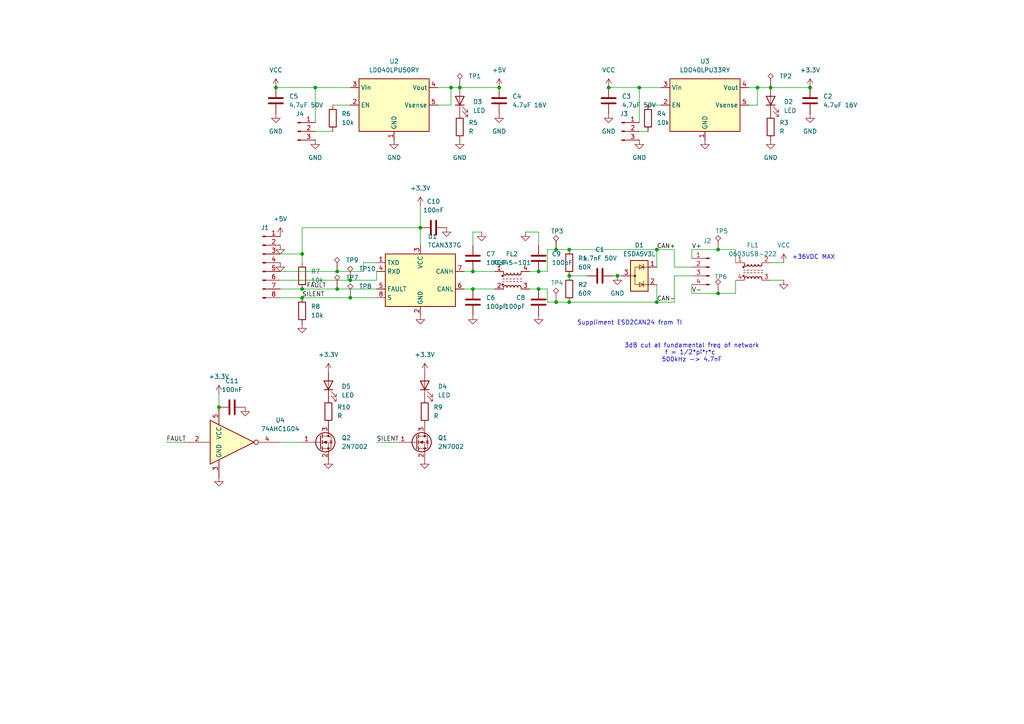
<source format=kicad_sch>
(kicad_sch (version 20250114) (generator "eeschema") (generator_version "9.0")
  (paper "A4")
  (lib_symbols
    (symbol "74xGxx:74AHC1G04"
      (property "Reference" "U" (at -2.54 3.81 0))
      (property "Value" "74AHC1G04" (at 0 -3.81 0))
      (symbol "74AHC1G04_0_1"
        (polyline (pts (xy -7.62 6.35) (xy -7.62 -6.35) (xy 5.08 0) (xy -7.62 6.35)) (stroke (width 0.254)) (fill (type background)))
      )
      (symbol "74AHC1G04_1_1"
        (pin input line (at -15.24 0 0) (length 7.62) (name "~") (number "2"))
        (pin no_connect line (at -7.62 2.54 0) (length 2.54) (hide yes) (name "NC") (number "1"))
        (pin power_in line (at -5.08 10.16 270) (length 5.08) (name "VCC") (number "5"))
        (pin power_in line (at -5.08 -10.16 90) (length 5.08) (name "GND") (number "3"))
        (pin output inverted (at 12.7 0 180) (length 7.62) (name "~") (number "4"))
      )
    )
    (symbol "Connector:Conn_01x03_Pin" (pin_names (offset 1.016) (hide yes))
      (property "Reference" "J" (at 0 5.08 0))
      (property "Value" "Conn_01x03_Pin" (at 0 -5.08 0))
      (symbol "Conn_01x03_Pin_1_1"
        (rectangle (start 0.8636 2.667) (end 0 2.413) (stroke (width 0.1524)) (fill (type outline)))
        (rectangle (start 0.8636 0.127) (end 0 -0.127) (stroke (width 0.1524)) (fill (type outline)))
        (rectangle (start 0.8636 -2.413) (end 0 -2.667) (stroke (width 0.1524)) (fill (type outline)))
        (polyline (pts (xy 1.27 2.54) (xy 0.8636 2.54)) (stroke (width 0.1524)))
        (polyline (pts (xy 1.27 0) (xy 0.8636 0)) (stroke (width 0.1524)))
        (polyline (pts (xy 1.27 -2.54) (xy 0.8636 -2.54)) (stroke (width 0.1524)))
        (pin passive line (at 5.08 2.54 180) (length 3.81) (name "Pin_1") (number "1"))
        (pin passive line (at 5.08 0 180) (length 3.81) (name "Pin_2") (number "2"))
        (pin passive line (at 5.08 -2.54 180) (length 3.81) (name "Pin_3") (number "3"))
      )
    )
    (symbol "Connector:Conn_01x04_Pin" (pin_names (offset 1.016) (hide yes))
      (property "Reference" "J" (at 0 5.08 0))
      (property "Value" "Conn_01x04_Pin" (at 0 -7.62 0))
      (symbol "Conn_01x04_Pin_1_1"
        (rectangle (start 0.8636 2.667) (end 0 2.413) (stroke (width 0.1524)) (fill (type outline)))
        (rectangle (start 0.8636 0.127) (end 0 -0.127) (stroke (width 0.1524)) (fill (type outline)))
        (rectangle (start 0.8636 -2.413) (end 0 -2.667) (stroke (width 0.1524)) (fill (type outline)))
        (rectangle (start 0.8636 -4.953) (end 0 -5.207) (stroke (width 0.1524)) (fill (type outline)))
        (polyline (pts (xy 1.27 2.54) (xy 0.8636 2.54)) (stroke (width 0.1524)))
        (polyline (pts (xy 1.27 0) (xy 0.8636 0)) (stroke (width 0.1524)))
        (polyline (pts (xy 1.27 -2.54) (xy 0.8636 -2.54)) (stroke (width 0.1524)))
        (polyline (pts (xy 1.27 -5.08) (xy 0.8636 -5.08)) (stroke (width 0.1524)))
        (pin passive line (at 5.08 2.54 180) (length 3.81) (name "Pin_1") (number "1"))
        (pin passive line (at 5.08 0 180) (length 3.81) (name "Pin_2") (number "2"))
        (pin passive line (at 5.08 -2.54 180) (length 3.81) (name "Pin_3") (number "3"))
        (pin passive line (at 5.08 -5.08 180) (length 3.81) (name "Pin_4") (number "4"))
      )
    )
    (symbol "Connector:Conn_01x08_Pin" (pin_names (offset 1.016) (hide yes))
      (property "Reference" "J" (at 0 10.16 0))
      (property "Value" "Conn_01x08_Pin" (at 0 -12.7 0))
      (symbol "Conn_01x08_Pin_1_1"
        (rectangle (start 0.8636 7.747) (end 0 7.493) (stroke (width 0.1524)) (fill (type outline)))
        (rectangle (start 0.8636 5.207) (end 0 4.953) (stroke (width 0.1524)) (fill (type outline)))
        (rectangle (start 0.8636 2.667) (end 0 2.413) (stroke (width 0.1524)) (fill (type outline)))
        (rectangle (start 0.8636 0.127) (end 0 -0.127) (stroke (width 0.1524)) (fill (type outline)))
        (rectangle (start 0.8636 -2.413) (end 0 -2.667) (stroke (width 0.1524)) (fill (type outline)))
        (rectangle (start 0.8636 -4.953) (end 0 -5.207) (stroke (width 0.1524)) (fill (type outline)))
        (rectangle (start 0.8636 -7.493) (end 0 -7.747) (stroke (width 0.1524)) (fill (type outline)))
        (rectangle (start 0.8636 -10.033) (end 0 -10.287) (stroke (width 0.1524)) (fill (type outline)))
        (polyline (pts (xy 1.27 7.62) (xy 0.8636 7.62)) (stroke (width 0.1524)))
        (polyline (pts (xy 1.27 5.08) (xy 0.8636 5.08)) (stroke (width 0.1524)))
        (polyline (pts (xy 1.27 2.54) (xy 0.8636 2.54)) (stroke (width 0.1524)))
        (polyline (pts (xy 1.27 0) (xy 0.8636 0)) (stroke (width 0.1524)))
        (polyline (pts (xy 1.27 -2.54) (xy 0.8636 -2.54)) (stroke (width 0.1524)))
        (polyline (pts (xy 1.27 -5.08) (xy 0.8636 -5.08)) (stroke (width 0.1524)))
        (polyline (pts (xy 1.27 -7.62) (xy 0.8636 -7.62)) (stroke (width 0.1524)))
        (polyline (pts (xy 1.27 -10.16) (xy 0.8636 -10.16)) (stroke (width 0.1524)))
        (pin passive line (at 5.08 7.62 180) (length 3.81) (name "Pin_1") (number "1"))
        (pin passive line (at 5.08 5.08 180) (length 3.81) (name "Pin_2") (number "2"))
        (pin passive line (at 5.08 2.54 180) (length 3.81) (name "Pin_3") (number "3"))
        (pin passive line (at 5.08 0 180) (length 3.81) (name "Pin_4") (number "4"))
        (pin passive line (at 5.08 -2.54 180) (length 3.81) (name "Pin_5") (number "5"))
        (pin passive line (at 5.08 -5.08 180) (length 3.81) (name "Pin_6") (number "6"))
        (pin passive line (at 5.08 -7.62 180) (length 3.81) (name "Pin_7") (number "7"))
        (pin passive line (at 5.08 -10.16 180) (length 3.81) (name "Pin_8") (number "8"))
      )
    )
    (symbol "Connector:TestPoint_Alt" (pin_numbers (hide yes)) (pin_names (offset 0.762) (hide yes))
      (property "Reference" "TP" (at 0 6.858 0))
      (property "Value" "TestPoint_Alt" (at 0 5.08 0))
      (symbol "TestPoint_Alt_0_1"
        (polyline (pts (xy 0 2.54) (xy -0.762 3.302) (xy 0 4.064) (xy 0.762 3.302) (xy 0 2.54)))
      )
      (symbol "TestPoint_Alt_1_1"
        (pin passive line (at 0 0 90) (length 2.54) (name "1") (number "1"))
      )
    )
    (symbol "Device:C" (pin_numbers (hide yes)) (pin_names (offset 0.254))
      (property "Reference" "C" (at 0.635 2.54 0))
      (property "Value" "C" (at 0.635 -2.54 0))
      (symbol "C_0_1"
        (polyline (pts (xy -2.032 0.762) (xy 2.032 0.762)) (stroke (width 0.508)))
        (polyline (pts (xy -2.032 -0.762) (xy 2.032 -0.762)) (stroke (width 0.508)))
      )
      (symbol "C_1_1"
        (pin passive line (at 0 3.81 270) (length 2.794) (name "~") (number "1"))
        (pin passive line (at 0 -3.81 90) (length 2.794) (name "~") (number "2"))
      )
    )
    (symbol "Device:LED" (pin_numbers (hide yes)) (pin_names (offset 1.016) (hide yes))
      (property "Reference" "D" (at 0 2.54 0))
      (property "Value" "LED" (at 0 -2.54 0))
      (symbol "LED_0_1"
        (polyline (pts (xy -3.048 -0.762) (xy -4.572 -2.286) (xy -3.81 -2.286) (xy -4.572 -2.286) (xy -4.572 -1.524)))
        (polyline (pts (xy -1.778 -0.762) (xy -3.302 -2.286) (xy -2.54 -2.286) (xy -3.302 -2.286) (xy -3.302 -1.524)))
        (polyline (pts (xy -1.27 0) (xy 1.27 0)))
        (polyline (pts (xy -1.27 -1.27) (xy -1.27 1.27)) (stroke (width 0.254)))
        (polyline (pts (xy 1.27 -1.27) (xy 1.27 1.27) (xy -1.27 0) (xy 1.27 -1.27)) (stroke (width 0.254)))
      )
      (symbol "LED_1_1"
        (pin passive line (at -3.81 0 0) (length 2.54) (name "K") (number "1"))
        (pin passive line (at 3.81 0 180) (length 2.54) (name "A") (number "2"))
      )
    )
    (symbol "Device:R" (pin_numbers (hide yes)) (pin_names (offset 0))
      (property "Reference" "R" (at 2.032 0 90))
      (property "Value" "R" (at 0 0 90))
      (symbol "R_0_1"
        (rectangle (start -1.016 -2.54) (end 1.016 2.54) (stroke (width 0.254)))
      )
      (symbol "R_1_1"
        (pin passive line (at 0 3.81 270) (length 1.27) (name "~") (number "1"))
        (pin passive line (at 0 -3.81 90) (length 1.27) (name "~") (number "2"))
      )
    )
    (symbol "Filter:0603USB-222" (pin_names (offset 0.254) (hide yes))
      (property "Reference" "FL" (at 0 4.445 0))
      (property "Value" "0603USB-222" (at 0 -4.445 0))
      (symbol "0603USB-222_0_1"
        (circle (center -2.794 1.27) (radius 0.254) (fill (type outline)))
        (polyline (pts (xy -2.794 0.381) (xy -2.286 0.381)))
        (polyline (pts (xy -2.794 -0.381) (xy -2.286 -0.381)))
        (circle (center -2.794 -1.27) (radius 0.254) (fill (type outline)))
        (polyline (pts (xy -2.54 2.032) (xy -2.54 2.54)))
        (polyline (pts (xy -2.54 -2.032) (xy -2.54 -2.54)))
        (arc (start -1.524 2.032) (mid -2.032 1.5262) (end -2.54 2.032) (stroke (width 0.254)))
        (arc (start -2.54 -2.032) (mid -2.032 -1.5262) (end -1.524 -2.032) (stroke (width 0.254)))
        (polyline (pts (xy -1.778 0.381) (xy -1.27 0.381)))
        (polyline (pts (xy -1.778 -0.381) (xy -1.27 -0.381)))
        (arc (start -0.508 2.032) (mid -1.016 1.5262) (end -1.524 2.032) (stroke (width 0.254)))
        (arc (start -1.524 -2.032) (mid -1.016 -1.5262) (end -0.508 -2.032) (stroke (width 0.254)))
        (polyline (pts (xy -0.762 0.381) (xy -0.254 0.381)))
        (polyline (pts (xy -0.762 -0.381) (xy -0.254 -0.381)))
        (arc (start 0.508 2.032) (mid 0 1.5262) (end -0.508 2.032) (stroke (width 0.254)))
        (arc (start -0.508 -2.032) (mid 0 -1.5262) (end 0.508 -2.032) (stroke (width 0.254)))
        (polyline (pts (xy 0.254 0.381) (xy 0.762 0.381)))
        (polyline (pts (xy 0.254 -0.381) (xy 0.762 -0.381)))
        (arc (start 1.524 2.032) (mid 1.016 1.5262) (end 0.508 2.032) (stroke (width 0.254)))
        (arc (start 0.508 -2.032) (mid 1.016 -1.5262) (end 1.524 -2.032) (stroke (width 0.254)))
        (polyline (pts (xy 1.27 0.381) (xy 1.778 0.381)))
        (polyline (pts (xy 1.27 -0.381) (xy 1.778 -0.381)))
        (arc (start 2.54 2.032) (mid 2.032 1.5262) (end 1.524 2.032) (stroke (width 0.254)))
        (arc (start 1.524 -2.032) (mid 2.032 -1.5262) (end 2.54 -2.032) (stroke (width 0.254)))
        (polyline (pts (xy 2.286 0.381) (xy 2.794 0.381)))
        (polyline (pts (xy 2.286 -0.381) (xy 2.794 -0.381)))
        (polyline (pts (xy 2.54 2.54) (xy 2.54 2.032)))
        (polyline (pts (xy 2.54 -2.032) (xy 2.54 -2.54)))
      )
      (symbol "0603USB-222_1_1"
        (pin passive line (at -5.08 2.54 0) (length 2.54) (name "1") (number "1"))
        (pin passive line (at -5.08 -2.54 0) (length 2.54) (name "4") (number "4"))
        (pin passive line (at 5.08 2.54 180) (length 2.54) (name "2") (number "2"))
        (pin passive line (at 5.08 -2.54 180) (length 2.54) (name "3") (number "3"))
      )
    )
    (symbol "Filter:Choke_CommonMode_FerriteCore_1423" (pin_names (offset 0.254) (hide yes))
      (property "Reference" "FL" (at 0 4.445 0))
      (property "Value" "Choke_CommonMode_FerriteCore_1423" (at 0 -4.445 0))
      (symbol "Choke_CommonMode_FerriteCore_1423_0_1"
        (circle (center -2.794 1.27) (radius 0.254) (fill (type outline)))
        (polyline (pts (xy -2.794 0.381) (xy -2.286 0.381)))
        (polyline (pts (xy -2.794 -0.381) (xy -2.286 -0.381)))
        (circle (center -2.794 -1.27) (radius 0.254) (fill (type outline)))
        (polyline (pts (xy -2.54 2.032) (xy -2.54 2.54)))
        (polyline (pts (xy -2.54 -2.032) (xy -2.54 -2.54)))
        (arc (start -1.524 2.032) (mid -2.032 1.5262) (end -2.54 2.032) (stroke (width 0.254)))
        (arc (start -2.54 -2.032) (mid -2.032 -1.5262) (end -1.524 -2.032) (stroke (width 0.254)))
        (polyline (pts (xy -1.778 0.381) (xy -1.27 0.381)))
        (polyline (pts (xy -1.778 -0.381) (xy -1.27 -0.381)))
        (arc (start -0.508 2.032) (mid -1.016 1.5262) (end -1.524 2.032) (stroke (width 0.254)))
        (arc (start -1.524 -2.032) (mid -1.016 -1.5262) (end -0.508 -2.032) (stroke (width 0.254)))
        (polyline (pts (xy -0.762 0.381) (xy -0.254 0.381)))
        (polyline (pts (xy -0.762 -0.381) (xy -0.254 -0.381)))
        (arc (start 0.508 2.032) (mid 0 1.5262) (end -0.508 2.032) (stroke (width 0.254)))
        (arc (start -0.508 -2.032) (mid 0 -1.5262) (end 0.508 -2.032) (stroke (width 0.254)))
        (polyline (pts (xy 0.254 0.381) (xy 0.762 0.381)))
        (polyline (pts (xy 0.254 -0.381) (xy 0.762 -0.381)))
        (arc (start 1.524 2.032) (mid 1.016 1.5262) (end 0.508 2.032) (stroke (width 0.254)))
        (arc (start 0.508 -2.032) (mid 1.016 -1.5262) (end 1.524 -2.032) (stroke (width 0.254)))
        (polyline (pts (xy 1.27 0.381) (xy 1.778 0.381)))
        (polyline (pts (xy 1.27 -0.381) (xy 1.778 -0.381)))
        (arc (start 2.54 2.032) (mid 2.032 1.5262) (end 1.524 2.032) (stroke (width 0.254)))
        (arc (start 1.524 -2.032) (mid 2.032 -1.5262) (end 2.54 -2.032) (stroke (width 0.254)))
        (polyline (pts (xy 2.286 0.381) (xy 2.794 0.381)))
        (polyline (pts (xy 2.286 -0.381) (xy 2.794 -0.381)))
        (polyline (pts (xy 2.54 2.54) (xy 2.54 2.032)))
        (polyline (pts (xy 2.54 -2.032) (xy 2.54 -2.54)))
      )
      (symbol "Choke_CommonMode_FerriteCore_1423_1_1"
        (pin passive line (at -5.08 2.54 0) (length 2.54) (name "1") (number "1"))
        (pin passive line (at -5.08 -2.54 0) (length 2.54) (name "2") (number "2"))
        (pin passive line (at 5.08 2.54 180) (length 2.54) (name "4") (number "4"))
        (pin passive line (at 5.08 -2.54 180) (length 2.54) (name "3") (number "3"))
      )
    )
    (symbol "Interface_CAN_LIN:TCAN337G"
      (property "Reference" "U" (at -10.16 8.89 0))
      (property "Value" "TCAN337G" (at 2.54 8.89 0))
      (symbol "TCAN337G_0_1"
        (rectangle (start -10.16 7.62) (end 10.16 -7.62) (stroke (width 0.254)) (fill (type background)))
      )
      (symbol "TCAN337G_1_1"
        (pin input line (at -12.7 5.08 0) (length 2.54) (name "TXD") (number "1"))
        (pin tri_state line (at -12.7 2.54 0) (length 2.54) (name "RXD") (number "4"))
        (pin open_collector line (at -12.7 -2.54 0) (length 2.54) (name "FAULT") (number "5"))
        (pin input line (at -12.7 -5.08 0) (length 2.54) (name "S") (number "8"))
        (pin power_in line (at 0 10.16 270) (length 2.54) (name "VCC") (number "3"))
        (pin power_in line (at 0 -10.16 90) (length 2.54) (name "GND") (number "2"))
        (pin bidirectional line (at 12.7 2.54 180) (length 2.54) (name "CANH") (number "7"))
        (pin bidirectional line (at 12.7 -2.54 180) (length 2.54) (name "CANL") (number "6"))
      )
    )
    (symbol "Power_Protection:ESDA5V3L" (pin_names (hide yes))
      (property "Reference" "D" (at 5.715 2.54 0))
      (property "Value" "ESDA5V3L" (at 5.715 0.635 0))
      (symbol "ESDA5V3L_0_0"
        (pin passive line (at 0 -5.08 90) (length 2.54) (name "A") (number "3"))
      )
      (symbol "ESDA5V3L_0_1"
        (rectangle (start -4.445 2.54) (end 4.445 -2.54) (stroke (width 0.254)) (fill (type background)))
        (polyline (pts (xy -3.302 1.016) (xy -3.302 1.27) (xy -1.905 1.27) (xy -1.778 1.27)))
        (polyline (pts (xy -2.54 2.54) (xy -2.54 1.27)))
        (polyline (pts (xy -2.54 1.27) (xy -2.54 -1.27) (xy 2.54 -1.27) (xy 2.54 1.27)))
        (polyline (pts (xy -2.54 1.27) (xy -1.905 0) (xy -3.175 0) (xy -2.54 1.27)))
        (polyline (pts (xy 0 -1.27) (xy 0 -2.54)))
        (circle (center 0 -1.27) (radius 0.254) (fill (type outline)))
        (polyline (pts (xy 1.778 1.016) (xy 1.778 1.27) (xy 3.175 1.27) (xy 3.302 1.27)))
        (polyline (pts (xy 2.54 2.54) (xy 2.54 1.27)))
        (polyline (pts (xy 2.54 1.27) (xy 1.905 0) (xy 3.175 0) (xy 2.54 1.27)))
      )
      (symbol "ESDA5V3L_1_1"
        (pin passive line (at -2.54 5.08 270) (length 2.54) (name "K") (number "1"))
        (pin passive line (at 2.54 5.08 270) (length 2.54) (name "K") (number "2"))
      )
    )
    (symbol "Regulator_Linear:LDO40LPU33RY"
      (property "Reference" "U" (at 0 0 0))
      (property "Value" "LDO40LPU33RY" (at 0 0 0))
      (symbol "LDO40LPU33RY_1_1"
        (rectangle (start -10.16 7.62) (end 10.16 -7.62) (stroke (width 0.254)) (fill (type background)))
        (pin power_in line (at -12.7 5.08 0) (length 2.54) (name "Vin") (number "3"))
        (pin input line (at -12.7 0 0) (length 2.54) (name "EN") (number "2"))
        (pin no_connect line (at -2.54 -10.16 90) (length 2.54) (hide yes) (name "NC") (number "6"))
        (pin power_in line (at 0 -10.16 90) (length 2.54) (name "GND") (number "1"))
        (pin passive line (at 0 -10.16 90) (length 2.54) (hide yes) (name "GND") (number "7"))
        (pin power_out line (at 12.7 5.08 180) (length 2.54) (name "Vout") (number "4"))
        (pin input line (at 12.7 0 180) (length 2.54) (name "Vsense") (number "5"))
      )
    )
    (symbol "Regulator_Linear:LDO40LPU50RY"
      (property "Reference" "U" (at 0 0 0))
      (property "Value" "LDO40LPU50RY" (at 0 0 0))
      (symbol "LDO40LPU50RY_1_1"
        (rectangle (start -10.16 7.62) (end 10.16 -7.62) (stroke (width 0.254)) (fill (type background)))
        (pin power_in line (at -12.7 5.08 0) (length 2.54) (name "Vin") (number "3"))
        (pin input line (at -12.7 0 0) (length 2.54) (name "EN") (number "2"))
        (pin no_connect line (at -2.54 -10.16 90) (length 2.54) (hide yes) (name "NC") (number "6"))
        (pin power_in line (at 0 -10.16 90) (length 2.54) (name "GND") (number "1"))
        (pin passive line (at 0 -10.16 90) (length 2.54) (hide yes) (name "GND") (number "7"))
        (pin power_out line (at 12.7 5.08 180) (length 2.54) (name "Vout") (number "4"))
        (pin input line (at 12.7 0 180) (length 2.54) (name "Vsense") (number "5"))
      )
    )
    (symbol "Transistor_FET:2N7002" (pin_names (offset 0) (hide yes))
      (property "Reference" "Q" (at 5.08 1.905 0))
      (property "Value" "2N7002" (at 5.08 0 0))
      (symbol "2N7002_0_1"
        (polyline (pts (xy 0.254 1.905) (xy 0.254 -1.905)) (stroke (width 0.254)))
        (polyline (pts (xy 0.254 0) (xy -2.54 0)))
        (polyline (pts (xy 0.762 2.286) (xy 0.762 1.27)) (stroke (width 0.254)))
        (polyline (pts (xy 0.762 0.508) (xy 0.762 -0.508)) (stroke (width 0.254)))
        (polyline (pts (xy 0.762 -1.27) (xy 0.762 -2.286)) (stroke (width 0.254)))
        (polyline (pts (xy 0.762 -1.778) (xy 3.302 -1.778) (xy 3.302 1.778) (xy 0.762 1.778)))
        (polyline (pts (xy 1.016 0) (xy 2.032 0.381) (xy 2.032 -0.381) (xy 1.016 0)) (fill (type outline)))
        (circle (center 1.651 0) (radius 2.794) (stroke (width 0.254)))
        (polyline (pts (xy 2.54 2.54) (xy 2.54 1.778)))
        (circle (center 2.54 1.778) (radius 0.254) (fill (type outline)))
        (circle (center 2.54 -1.778) (radius 0.254) (fill (type outline)))
        (polyline (pts (xy 2.54 -2.54) (xy 2.54 0) (xy 0.762 0)))
        (polyline (pts (xy 2.921 0.381) (xy 3.683 0.381)))
        (polyline (pts (xy 3.302 0.381) (xy 2.921 -0.254) (xy 3.683 -0.254) (xy 3.302 0.381)))
      )
      (symbol "2N7002_1_1"
        (pin input line (at -5.08 0 0) (length 2.54) (name "G") (number "1"))
        (pin passive line (at 2.54 5.08 270) (length 2.54) (name "D") (number "3"))
        (pin passive line (at 2.54 -5.08 90) (length 2.54) (name "S") (number "2"))
      )
    )
    (symbol "power:+3.3V" (power) (pin_numbers (hide yes)) (pin_names (offset 0) (hide yes))
      (property "Value" "+3.3V" (at 0 3.556 0))
      (symbol "+3.3V_0_1"
        (polyline (pts (xy -0.762 1.27) (xy 0 2.54)))
        (polyline (pts (xy 0 2.54) (xy 0.762 1.27)))
        (polyline (pts (xy 0 0) (xy 0 2.54)))
      )
      (symbol "+3.3V_1_1"
        (pin power_in line (at 0 0 90) (length 0) (name "~") (number "1"))
      )
    )
    (symbol "power:+5V" (power) (pin_numbers (hide yes)) (pin_names (offset 0) (hide yes))
      (property "Value" "+5V" (at 0 3.556 0))
      (symbol "+5V_0_1"
        (polyline (pts (xy -0.762 1.27) (xy 0 2.54)))
        (polyline (pts (xy 0 2.54) (xy 0.762 1.27)))
        (polyline (pts (xy 0 0) (xy 0 2.54)))
      )
      (symbol "+5V_1_1"
        (pin power_in line (at 0 0 90) (length 0) (name "~") (number "1"))
      )
    )
    (symbol "power:GND" (power) (pin_numbers (hide yes)) (pin_names (offset 0) (hide yes))
      (property "Value" "GND" (at 0 -3.81 0))
      (symbol "GND_0_1"
        (polyline (pts (xy 0 0) (xy 0 -1.27) (xy 1.27 -1.27) (xy 0 -2.54) (xy -1.27 -1.27) (xy 0 -1.27)))
      )
      (symbol "GND_1_1"
        (pin power_in line (at 0 0 270) (length 0) (name "~") (number "1"))
      )
    )
    (symbol "power:VCC" (power) (pin_numbers (hide yes)) (pin_names (offset 0) (hide yes))
      (property "Value" "VCC" (at 0 3.556 0))
      (symbol "VCC_0_1"
        (polyline (pts (xy -0.762 1.27) (xy 0 2.54)))
        (polyline (pts (xy 0 2.54) (xy 0.762 1.27)))
        (polyline (pts (xy 0 0) (xy 0 2.54)))
      )
      (symbol "VCC_1_1"
        (pin power_in line (at 0 0 90) (length 0) (name "~") (number "1"))
      )
    )
  )
  (text "+36VDC MAX" (at 235.966 74.676 0) (effects (font (size 1.27 1.27))))
  (text "3dB cut at fundamental freq of network\nf = 1/2*pi*r*c \n500kHz -> 4.7nF" (at 200.66 102.362 0) (effects (font (size 1.27 1.27))))
  (text "Suppliment ESD2CAN24 from TI" (at 182.626 93.726 0) (effects (font (size 1.27 1.27))))
  (junction (at 179.07 80.01))
  (junction (at 176.53 25.4))
  (junction (at 165.1 80.01))
  (junction (at 208.28 72.39))
  (junction (at 156.21 78.74))
  (junction (at 101.6 86.36))
  (junction (at 101.6 81.28))
  (junction (at 223.52 25.4))
  (junction (at 97.79 83.82))
  (junction (at 97.79 78.74))
  (junction (at 144.78 25.4))
  (junction (at 87.63 86.36))
  (junction (at 87.63 73.66))
  (junction (at 63.5 118.11))
  (junction (at 137.16 78.74))
  (junction (at 208.28 85.09))
  (junction (at 165.1 87.63))
  (junction (at 190.5 72.39))
  (junction (at 133.35 25.4))
  (junction (at 161.29 87.63))
  (junction (at 219.71 25.4))
  (junction (at 185.42 25.4))
  (junction (at 91.44 25.4))
  (junction (at 161.29 72.39))
  (junction (at 137.16 83.82))
  (junction (at 121.92 66.04))
  (junction (at 234.95 25.4))
  (junction (at 130.81 25.4))
  (junction (at 156.21 83.82))
  (junction (at 165.1 72.39))
  (junction (at 87.63 83.82))
  (junction (at 80.01 25.4))
  (junction (at 190.5 87.63))
  (wire (pts (xy 219.71 30.48) (xy 219.71 25.4)))
  (wire (pts (xy 213.36 72.39) (xy 213.36 76.2)))
  (wire (pts (xy 91.44 25.4) (xy 101.6 25.4)))
  (wire (pts (xy 137.16 67.31) (xy 139.7 67.31)))
  (wire (pts (xy 137.16 71.12) (xy 137.16 67.31)))
  (wire (pts (xy 190.5 77.47) (xy 190.5 72.39)))
  (wire (pts (xy 185.42 38.1) (xy 187.96 38.1)))
  (wire (pts (xy 165.1 80.01) (xy 170.18 80.01)))
  (wire (pts (xy 121.92 59.69) (xy 121.92 66.04)))
  (wire (pts (xy 200.66 85.09) (xy 208.28 85.09)))
  (wire (pts (xy 217.17 25.4) (xy 219.71 25.4)))
  (wire (pts (xy 208.28 72.39) (xy 213.36 72.39)))
  (wire (pts (xy 121.92 66.04) (xy 121.92 71.12)))
  (wire (pts (xy 97.79 78.74) (xy 105.41 78.74)))
  (wire (pts (xy 158.75 72.39) (xy 158.75 78.74)))
  (wire (pts (xy 179.07 80.01) (xy 180.34 80.01)))
  (wire (pts (xy 127 30.48) (xy 130.81 30.48)))
  (wire (pts (xy 156.21 67.31) (xy 152.4 67.31)))
  (wire (pts (xy 223.52 81.28) (xy 227.33 81.28)))
  (wire (pts (xy 81.28 83.82) (xy 87.63 83.82)))
  (wire (pts (xy 190.5 87.63) (xy 165.1 87.63)))
  (wire (pts (xy 208.28 85.09) (xy 213.36 85.09)))
  (wire (pts (xy 195.58 72.39) (xy 190.5 72.39)))
  (wire (pts (xy 200.66 80.01) (xy 195.58 80.01)))
  (wire (pts (xy 165.1 87.63) (xy 161.29 87.63)))
  (wire (pts (xy 80.01 25.4) (xy 91.44 25.4)))
  (wire (pts (xy 133.35 25.4) (xy 144.78 25.4)))
  (wire (pts (xy 91.44 38.1) (xy 96.52 38.1)))
  (wire (pts (xy 158.75 87.63) (xy 158.75 83.82)))
  (wire (pts (xy 223.52 76.2) (xy 227.33 76.2)))
  (wire (pts (xy 185.42 35.56) (xy 185.42 25.4)))
  (wire (pts (xy 87.63 66.04) (xy 121.92 66.04)))
  (wire (pts (xy 165.1 72.39) (xy 190.5 72.39)))
  (wire (pts (xy 96.52 30.48) (xy 101.6 30.48)))
  (wire (pts (xy 87.63 66.04) (xy 87.63 73.66)))
  (wire (pts (xy 156.21 83.82) (xy 158.75 83.82)))
  (wire (pts (xy 109.22 128.27) (xy 115.57 128.27)))
  (wire (pts (xy 200.66 82.55) (xy 200.66 85.09)))
  (wire (pts (xy 187.96 30.48) (xy 191.77 30.48)))
  (wire (pts (xy 219.71 25.4) (xy 223.52 25.4)))
  (wire (pts (xy 101.6 86.36) (xy 109.22 86.36)))
  (wire (pts (xy 156.21 71.12) (xy 156.21 67.31)))
  (wire (pts (xy 217.17 30.48) (xy 219.71 30.48)))
  (wire (pts (xy 213.36 81.28) (xy 213.36 85.09)))
  (wire (pts (xy 177.8 80.01) (xy 179.07 80.01)))
  (wire (pts (xy 130.81 25.4) (xy 133.35 25.4)))
  (wire (pts (xy 81.28 86.36) (xy 87.63 86.36)))
  (wire (pts (xy 87.63 86.36) (xy 101.6 86.36)))
  (wire (pts (xy 153.67 83.82) (xy 156.21 83.82)))
  (wire (pts (xy 185.42 25.4) (xy 191.77 25.4)))
  (wire (pts (xy 109.22 76.2) (xy 105.41 76.2)))
  (wire (pts (xy 81.28 81.28) (xy 101.6 81.28)))
  (wire (pts (xy 134.62 83.82) (xy 137.16 83.82)))
  (wire (pts (xy 137.16 78.74) (xy 143.51 78.74)))
  (wire (pts (xy 63.5 114.3) (xy 63.5 118.11)))
  (wire (pts (xy 87.63 76.2) (xy 87.63 73.66)))
  (wire (pts (xy 161.29 72.39) (xy 158.75 72.39)))
  (wire (pts (xy 190.5 82.55) (xy 190.5 87.63)))
  (wire (pts (xy 176.53 25.4) (xy 185.42 25.4)))
  (wire (pts (xy 156.21 78.74) (xy 158.75 78.74)))
  (wire (pts (xy 105.41 76.2) (xy 105.41 78.74)))
  (wire (pts (xy 97.79 83.82) (xy 109.22 83.82)))
  (wire (pts (xy 48.26 128.27) (xy 53.34 128.27)))
  (wire (pts (xy 195.58 80.01) (xy 195.58 87.63)))
  (wire (pts (xy 153.67 78.74) (xy 156.21 78.74)))
  (wire (pts (xy 81.28 128.27) (xy 87.63 128.27)))
  (wire (pts (xy 109.22 78.74) (xy 109.22 81.28)))
  (wire (pts (xy 200.66 77.47) (xy 195.58 77.47)))
  (wire (pts (xy 195.58 87.63) (xy 190.5 87.63)))
  (wire (pts (xy 87.63 73.66) (xy 81.28 73.66)))
  (wire (pts (xy 200.66 72.39) (xy 208.28 72.39)))
  (wire (pts (xy 195.58 77.47) (xy 195.58 72.39)))
  (wire (pts (xy 165.1 72.39) (xy 161.29 72.39)))
  (wire (pts (xy 134.62 78.74) (xy 137.16 78.74)))
  (wire (pts (xy 101.6 81.28) (xy 109.22 81.28)))
  (wire (pts (xy 200.66 74.93) (xy 200.66 72.39)))
  (wire (pts (xy 137.16 83.82) (xy 143.51 83.82)))
  (wire (pts (xy 81.28 78.74) (xy 97.79 78.74)))
  (wire (pts (xy 91.44 35.56) (xy 91.44 25.4)))
  (wire (pts (xy 130.81 30.48) (xy 130.81 25.4)))
  (wire (pts (xy 87.63 83.82) (xy 97.79 83.82)))
  (wire (pts (xy 223.52 25.4) (xy 234.95 25.4)))
  (wire (pts (xy 161.29 87.63) (xy 158.75 87.63)))
  (wire (pts (xy 127 25.4) (xy 130.81 25.4)))
  (label "FAULT" (at 88.9 83.82 0))
  (label "CAN+" (at 190.5 72.39 0))
  (label "SILENT" (at 109.22 128.27 0))
  (label "FAULT" (at 48.26 128.27 0))
  (label "SILENT" (at 87.63 86.36 0))
  (label "CAN-" (at 190.5 87.63 0))
  (label "V-" (at 200.66 85.09 0))
  (label "V+" (at 200.66 72.39 0))
  (symbol (lib_id "power:GND") (at 121.92 91.44 0) (unit 1)
    (property "Reference" "#PWR018" (effects (hide yes)))
    (property "Value" "GND" (effects (hide yes)))
    (property "Description" "Power symbol creates a global label with name \"GND\" , ground" (effects (hide yes)))
  )
  (symbol (lib_id "Connector:TestPoint_Alt") (at 97.79 78.74 0) (unit 1)
    (property "Reference" "TP9" (at 100.33 75.4379 0) (effects (justify left)))
    (property "Value" "TestPoint_Alt" (effects (hide yes)))
    (property "Footprint" "TestPoint:TestPoint_Keystone_5015_Micro_Mini" (effects (hide yes)))
    (property "Description" "test point (alternative shape)" (effects (hide yes)))
  )
  (symbol (lib_id "Connector:TestPoint_Alt") (at 101.6 86.36 0) (unit 1)
    (property "Reference" "TP8" (at 104.14 83.0579 0) (effects (justify left)))
    (property "Value" "TestPoint_Alt" (effects (hide yes)))
    (property "Footprint" "TestPoint:TestPoint_Keystone_5015_Micro_Mini" (effects (hide yes)))
    (property "Description" "test point (alternative shape)" (effects (hide yes)))
  )
  (symbol (lib_id "Device:C") (at 67.31 118.11 90) (unit 1)
    (property "Reference" "C11" (at 67.31 110.49 90))
    (property "Value" "100nF" (at 67.31 113.03 90))
    (property "Footprint" "Capacitor_SMD:C_0603_1608Metric" (effects (hide yes)))
    (property "Description" "Unpolarized capacitor" (effects (hide yes)))
  )
  (symbol (lib_id "Device:LED") (at 133.35 29.21 90) (unit 1)
    (property "Reference" "D3" (at 137.16 29.5274 90) (effects (justify right)))
    (property "Value" "LED" (at 137.16 32.0674 90) (effects (justify right)))
    (property "Footprint" "LED_SMD:LED_0805_2012Metric" (effects (hide yes)))
    (property "Description" "Light emitting diode" (effects (hide yes)))
    (property "Sim.Pins" "1=K 2=A" (effects (hide yes)))
  )
  (symbol (lib_id "Regulator_Linear:LDO40LPU50RY") (at 114.3 30.48 0) (unit 1)
    (property "Reference" "U2" (at 114.3 17.78 0))
    (property "Value" "LDO40LPU50RY" (at 114.3 20.32 0))
    (property "Footprint" "Package_DFN_QFN:DFN-6-1EP_3x3mm_P0.95mm_EP1.7x2.6mm" (effects (hide yes)))
    (property "Datasheet" "https://www.st.com/resource/en/datasheet/ldo40l.pdf" (effects (hide yes)))
    (property "Description" "400mA, 3.5V-38V input, fixed positive 5V output, LDO regulator with enable, DFN-6" (effects (hide yes)))
  )
  (symbol (lib_id "power:+3.3V") (at 121.92 59.69 0) (unit 1)
    (property "Reference" "#PWR023" (effects (hide yes)))
    (property "Value" "+3.3V" (at 121.92 54.61 0))
    (property "Description" "Power symbol creates a global label with name \"+3.3V\"" (effects (hide yes)))
  )
  (symbol (lib_id "Filter:0603USB-222") (at 218.44 78.74 0) (unit 1)
    (property "Reference" "FL1" (at 218.313 71.12 0))
    (property "Value" "0603USB-222" (at 218.313 73.66 0))
    (property "Footprint" "Inductor_SMD:L_CommonModeChoke_Coilcraft_0603USB" (effects (hide yes)))
    (property "Datasheet" "https://www.coilcraft.com/pdfs/0603usb.pdf" (effects (hide yes)))
    (property "Description" "Coilcraft common mode choke, 500mA, 250VAC, 150nH, 209mohm, 0.96Ghz" (effects (hide yes)))
  )
  (symbol (lib_id "power:VCC") (at 80.01 25.4 0) (unit 1)
    (property "Reference" "#PWR017" (effects (hide yes)))
    (property "Value" "VCC" (at 80.01 20.32 0))
    (property "Description" "Power symbol creates a global label with name \"VCC\"" (effects (hide yes)))
  )
  (symbol (lib_id "Connector:TestPoint_Alt") (at 161.29 87.63 0) (unit 1)
    (property "Reference" "TP4" (at 159.766 82.042 0) (effects (justify left)))
    (property "Value" "TestPoint_Alt" (effects (hide yes)))
    (property "Footprint" "TestPoint:TestPoint_Keystone_5015_Micro_Mini" (effects (hide yes)))
    (property "Description" "test point (alternative shape)" (effects (hide yes)))
  )
  (symbol (lib_id "Transistor_FET:2N7002") (at 92.71 128.27 0) (unit 1)
    (property "Reference" "Q2" (at 99.06 126.9999 0) (effects (justify left)))
    (property "Value" "2N7002" (at 99.06 129.5399 0) (effects (justify left)))
    (property "Footprint" "Package_TO_SOT_SMD:SOT-23" (effects (hide yes)))
    (property "Datasheet" "https://www.onsemi.com/pub/Collateral/NDS7002A-D.PDF" (effects (hide yes)))
    (property "Description" "0.115A Id, 60V Vds, N-Channel MOSFET, SOT-23" (effects (hide yes)))
  )
  (symbol (lib_id "Connector:Conn_01x03_Pin") (at 86.36 38.1 0) (unit 1)
    (property "Reference" "J4" (at 86.995 33.02 0))
    (property "Value" "Conn_01x03_Pin" (effects (hide yes)))
    (property "Footprint" "Connector_PinHeader_2.54mm:PinHeader_1x03_P2.54mm_Vertical" (effects (hide yes)))
    (property "Description" "Generic connector, single row, 01x03, script generated" (effects (hide yes)))
  )
  (symbol (lib_id "Device:R") (at 165.1 83.82 0) (unit 1)
    (property "Reference" "R2" (at 167.64 82.5499 0) (effects (justify left)))
    (property "Value" "60R" (at 167.64 85.0899 0) (effects (justify left)))
    (property "Footprint" "Resistor_SMD:R_0603_1608Metric_Pad0.98x0.95mm_HandSolder" (effects (hide yes)))
    (property "Description" "Resistor" (effects (hide yes)))
  )
  (symbol (lib_id "Device:R") (at 133.35 36.83 0) (unit 1)
    (property "Reference" "R5" (at 135.89 35.5599 0) (effects (justify left)))
    (property "Value" "R" (at 135.89 38.0999 0) (effects (justify left)))
    (property "Footprint" "Resistor_SMD:R_0603_1608Metric_Pad0.98x0.95mm_HandSolder" (effects (hide yes)))
    (property "Description" "Resistor" (effects (hide yes)))
  )
  (symbol (lib_id "Device:C") (at 173.99 80.01 90) (unit 1)
    (property "Reference" "C1" (at 173.99 72.39 90))
    (property "Value" "4.7nF 50V" (at 173.99 74.93 90))
    (property "Footprint" "Capacitor_SMD:C_0805_2012Metric" (effects (hide yes)))
    (property "Description" "Unpolarized capacitor" (effects (hide yes)))
  )
  (symbol (lib_id "power:+3.3V") (at 95.25 107.95 0) (unit 1)
    (property "Reference" "#PWR031" (effects (hide yes)))
    (property "Value" "+3.3V" (at 95.25 102.87 0))
    (property "Description" "Power symbol creates a global label with name \"+3.3V\"" (effects (hide yes)))
  )
  (symbol (lib_id "power:GND") (at 139.7 67.31 0) (unit 1)
    (property "Reference" "#PWR022" (effects (hide yes)))
    (property "Value" "GND" (effects (hide yes)))
    (property "Description" "Power symbol creates a global label with name \"GND\" , ground" (effects (hide yes)))
  )
  (symbol (lib_id "Connector:TestPoint_Alt") (at 101.6 81.28 0) (unit 1)
    (property "Reference" "TP10" (at 104.14 77.9779 0) (effects (justify left)))
    (property "Value" "TestPoint_Alt" (effects (hide yes)))
    (property "Footprint" "TestPoint:TestPoint_Keystone_5015_Micro_Mini" (effects (hide yes)))
    (property "Description" "test point (alternative shape)" (effects (hide yes)))
  )
  (symbol (lib_id "power:GND") (at 234.95 33.02 0) (unit 1)
    (property "Reference" "#PWR08" (effects (hide yes)))
    (property "Value" "GND" (at 234.95 38.1 0))
    (property "Description" "Power symbol creates a global label with name \"GND\" , ground" (effects (hide yes)))
  )
  (symbol (lib_id "Connector:TestPoint_Alt") (at 161.29 72.39 0) (unit 1)
    (property "Reference" "TP3" (at 159.766 67.056 0) (effects (justify left)))
    (property "Value" "TestPoint_Alt" (effects (hide yes)))
    (property "Footprint" "TestPoint:TestPoint_Keystone_5015_Micro_Mini" (effects (hide yes)))
    (property "Description" "test point (alternative shape)" (effects (hide yes)))
  )
  (symbol (lib_id "power:GND") (at 81.28 71.12 0) (unit 1)
    (property "Reference" "#PWR026" (effects (hide yes)))
    (property "Value" "GND" (effects (hide yes)))
    (property "Description" "Power symbol creates a global label with name \"GND\" , ground" (effects (hide yes)))
  )
  (symbol (lib_id "power:GND") (at 129.54 66.04 0) (unit 1)
    (property "Reference" "#PWR024" (effects (hide yes)))
    (property "Value" "GND" (effects (hide yes)))
    (property "Description" "Power symbol creates a global label with name \"GND\" , ground" (effects (hide yes)))
  )
  (symbol (lib_id "power:GND") (at 152.4 67.31 0) (unit 1)
    (property "Reference" "#PWR021" (effects (hide yes)))
    (property "Value" "GND" (effects (hide yes)))
    (property "Description" "Power symbol creates a global label with name \"GND\" , ground" (effects (hide yes)))
  )
  (symbol (lib_id "Device:LED") (at 123.19 111.76 90) (unit 1)
    (property "Reference" "D4" (at 127 112.0774 90) (effects (justify right)))
    (property "Value" "LED" (at 127 114.6174 90) (effects (justify right)))
    (property "Footprint" "LED_SMD:LED_0805_2012Metric" (effects (hide yes)))
    (property "Description" "Light emitting diode" (effects (hide yes)))
    (property "Sim.Pins" "1=K 2=A" (effects (hide yes)))
  )
  (symbol (lib_id "power:GND") (at 87.63 93.98 0) (unit 1)
    (property "Reference" "#PWR028" (effects (hide yes)))
    (property "Value" "GND" (effects (hide yes)))
    (property "Description" "Power symbol creates a global label with name \"GND\" , ground" (effects (hide yes)))
  )
  (symbol (lib_id "Connector:Conn_01x08_Pin") (at 76.2 76.2 0) (unit 1)
    (property "Reference" "J1" (at 76.835 66.04 0))
    (property "Value" "Conn_01x08_Pin" (effects (hide yes)))
    (property "Footprint" "Connector_Molex:Molex_KK-254_AE-6410-08A_1x08_P2.54mm_Vertical" (effects (hide yes)))
    (property "Description" "Generic connector, single row, 01x08, script generated" (effects (hide yes)))
  )
  (symbol (lib_id "power:GND") (at 63.5 138.43 0) (unit 1)
    (property "Reference" "#PWR034" (effects (hide yes)))
    (property "Value" "GND" (effects (hide yes)))
    (property "Description" "Power symbol creates a global label with name \"GND\" , ground" (effects (hide yes)))
  )
  (symbol (lib_id "power:GND") (at 227.33 81.28 0) (unit 1)
    (property "Reference" "#PWR02" (effects (hide yes)))
    (property "Value" "GND" (effects (hide yes)))
    (property "Description" "Power symbol creates a global label with name \"GND\" , ground" (effects (hide yes)))
  )
  (symbol (lib_id "power:+5V") (at 81.28 68.58 0) (unit 1)
    (property "Reference" "#PWR027" (effects (hide yes)))
    (property "Value" "+5V" (at 81.28 63.5 0))
    (property "Description" "Power symbol creates a global label with name \"+5V\"" (effects (hide yes)))
  )
  (symbol (lib_id "power:+3.3V") (at 123.19 107.95 0) (unit 1)
    (property "Reference" "#PWR029" (effects (hide yes)))
    (property "Value" "+3.3V" (at 123.19 102.87 0))
    (property "Description" "Power symbol creates a global label with name \"+3.3V\"" (effects (hide yes)))
  )
  (symbol (lib_id "power:GND") (at 204.47 40.64 0) (unit 1)
    (property "Reference" "#PWR06" (effects (hide yes)))
    (property "Value" "GND" (effects (hide yes)))
    (property "Description" "Power symbol creates a global label with name \"GND\" , ground" (effects (hide yes)))
  )
  (symbol (lib_id "Power_Protection:ESDA5V3L") (at 185.42 80.01 270) (unit 1)
    (property "Reference" "D1" (at 185.42 71.12 90))
    (property "Value" "ESDA5V3L" (at 185.42 73.66 90))
    (property "Footprint" "Package_TO_SOT_SMD:SOT-23-3" (effects (hide yes)))
    (property "Datasheet" "https://www.st.com/resource/en/datasheet/esdal.pdf" (effects (hide yes)))
    (property "Description" "TVS Diode Array, 5.5V Standoff, 2 Channels, SOT23" (effects (hide yes)))
  )
  (symbol (lib_id "Interface_CAN_LIN:TCAN337G") (at 121.92 81.28 0) (unit 1)
    (property "Reference" "U1" (at 124.0633 68.58 0) (effects (justify left)))
    (property "Value" "TCAN337G" (at 124.0633 71.12 0) (effects (justify left)))
    (property "Footprint" "Package_TO_SOT_SMD:SOT-23-8_Handsoldering" (effects (hide yes)))
    (property "Datasheet" "http://www.ti.com/lit/ds/symlink/tcan337.pdf" (effects (hide yes)))
    (property "Description" "High-Speed CAN Transceiver with CAN FD, 5Mbps, 3.3V supply, silent mode, fault output, SOT-23-8/SOIC-8" (effects (hide yes)))
  )
  (symbol (lib_id "Device:R") (at 187.96 34.29 0) (unit 1)
    (property "Reference" "R4" (at 190.5 33.0199 0) (effects (justify left)))
    (property "Value" "10k" (at 190.5 35.5599 0) (effects (justify left)))
    (property "Footprint" "Resistor_SMD:R_0603_1608Metric_Pad0.98x0.95mm_HandSolder" (effects (hide yes)))
    (property "Description" "Resistor" (effects (hide yes)))
  )
  (symbol (lib_id "power:GND") (at 156.21 91.44 0) (unit 1)
    (property "Reference" "#PWR020" (effects (hide yes)))
    (property "Value" "GND" (effects (hide yes)))
    (property "Description" "Power symbol creates a global label with name \"GND\" , ground" (effects (hide yes)))
  )
  (symbol (lib_id "Connector:Conn_01x04_Pin") (at 205.74 77.47 0) (mirror y) (unit 1)
    (property "Reference" "J2" (at 205.105 69.85 0))
    (property "Value" "Conn_01x04_Pin" (effects (hide yes)))
    (property "Footprint" "Connector_Molex:Molex_KK-254_AE-6410-04A_1x04_P2.54mm_Vertical" (effects (hide yes)))
    (property "Description" "Generic connector, single row, 01x04, script generated" (effects (hide yes)))
  )
  (symbol (lib_id "Device:C") (at 156.21 74.93 0) (unit 1)
    (property "Reference" "C9" (at 160.02 73.6599 0) (effects (justify left)))
    (property "Value" "100pF" (at 160.02 76.1999 0) (effects (justify left)))
    (property "Footprint" "Capacitor_SMD:C_0603_1608Metric" (effects (hide yes)))
    (property "Description" "Unpolarized capacitor" (effects (hide yes)))
  )
  (symbol (lib_id "Connector:TestPoint_Alt") (at 133.35 25.4 0) (unit 1)
    (property "Reference" "TP1" (at 135.89 22.0979 0) (effects (justify left)))
    (property "Value" "TestPoint_Alt" (effects (hide yes)))
    (property "Footprint" "TestPoint:TestPoint_Keystone_5015_Micro_Mini" (effects (hide yes)))
    (property "Description" "test point (alternative shape)" (effects (hide yes)))
  )
  (symbol (lib_id "power:GND") (at 91.44 40.64 0) (unit 1)
    (property "Reference" "#PWR011" (effects (hide yes)))
    (property "Value" "GND" (at 91.44 45.72 0))
    (property "Description" "Power symbol creates a global label with name \"GND\" , ground" (effects (hide yes)))
  )
  (symbol (lib_id "power:VCC") (at 176.53 25.4 0) (unit 1)
    (property "Reference" "#PWR016" (effects (hide yes)))
    (property "Value" "VCC" (at 176.53 20.32 0))
    (property "Description" "Power symbol creates a global label with name \"VCC\"" (effects (hide yes)))
  )
  (symbol (lib_id "Device:R") (at 223.52 36.83 0) (unit 1)
    (property "Reference" "R3" (at 226.06 35.5599 0) (effects (justify left)))
    (property "Value" "R" (at 226.06 38.0999 0) (effects (justify left)))
    (property "Footprint" "Resistor_SMD:R_0603_1608Metric_Pad0.98x0.95mm_HandSolder" (effects (hide yes)))
    (property "Description" "Resistor" (effects (hide yes)))
  )
  (symbol (lib_id "Device:LED") (at 95.25 111.76 90) (unit 1)
    (property "Reference" "D5" (at 99.06 112.0774 90) (effects (justify right)))
    (property "Value" "LED" (at 99.06 114.6174 90) (effects (justify right)))
    (property "Footprint" "LED_SMD:LED_0805_2012Metric" (effects (hide yes)))
    (property "Description" "Light emitting diode" (effects (hide yes)))
    (property "Sim.Pins" "1=K 2=A" (effects (hide yes)))
  )
  (symbol (lib_id "Device:C") (at 234.95 29.21 0) (unit 1)
    (property "Reference" "C2" (at 238.76 27.9399 0) (effects (justify left)))
    (property "Value" "4.7uF 16V" (at 238.76 30.4799 0) (effects (justify left)))
    (property "Footprint" "Capacitor_SMD:C_0603_1608Metric" (effects (hide yes)))
    (property "Description" "Unpolarized capacitor" (effects (hide yes)))
  )
  (symbol (lib_id "power:+3.3V") (at 234.95 25.4 0) (unit 1)
    (property "Reference" "#PWR015" (effects (hide yes)))
    (property "Value" "+3.3V" (at 234.95 20.32 0))
    (property "Description" "Power symbol creates a global label with name \"+3.3V\"" (effects (hide yes)))
  )
  (symbol (lib_id "power:+5V") (at 144.78 25.4 0) (unit 1)
    (property "Reference" "#PWR014" (effects (hide yes)))
    (property "Value" "+5V" (at 144.78 20.32 0))
    (property "Description" "Power symbol creates a global label with name \"+5V\"" (effects (hide yes)))
  )
  (symbol (lib_id "Device:R") (at 165.1 76.2 0) (unit 1)
    (property "Reference" "R1" (at 167.64 74.9299 0) (effects (justify left)))
    (property "Value" "60R" (at 167.64 77.4699 0) (effects (justify left)))
    (property "Footprint" "Resistor_SMD:R_0603_1608Metric_Pad0.98x0.95mm_HandSolder" (effects (hide yes)))
    (property "Description" "Resistor" (effects (hide yes)))
  )
  (symbol (lib_id "Connector:TestPoint_Alt") (at 208.28 85.09 0) (unit 1)
    (property "Reference" "TP6" (at 207.264 80.264 0) (effects (justify left)))
    (property "Value" "TestPoint_Alt" (effects (hide yes)))
    (property "Footprint" "TestPoint:TestPoint_Keystone_5015_Micro_Mini" (effects (hide yes)))
    (property "Description" "test point (alternative shape)" (effects (hide yes)))
  )
  (symbol (lib_id "Device:C") (at 156.21 87.63 0) (mirror y) (unit 1)
    (property "Reference" "C8" (at 152.4 86.3599 0) (effects (justify left)))
    (property "Value" "100pF" (at 152.4 88.8999 0) (effects (justify left)))
    (property "Footprint" "Capacitor_SMD:C_0603_1608Metric" (effects (hide yes)))
    (property "Description" "Unpolarized capacitor" (effects (hide yes)))
  )
  (symbol (lib_id "Device:R") (at 87.63 80.01 0) (unit 1)
    (property "Reference" "R7" (at 90.17 78.7399 0) (effects (justify left)))
    (property "Value" "10k" (at 90.17 81.2799 0) (effects (justify left)))
    (property "Footprint" "Resistor_SMD:R_0603_1608Metric_Pad0.98x0.95mm_HandSolder" (effects (hide yes)))
    (property "Description" "Resistor" (effects (hide yes)))
  )
  (symbol (lib_id "Device:R") (at 96.52 34.29 0) (unit 1)
    (property "Reference" "R6" (at 99.06 33.0199 0) (effects (justify left)))
    (property "Value" "10k" (at 99.06 35.5599 0) (effects (justify left)))
    (property "Footprint" "Resistor_SMD:R_0603_1608Metric_Pad0.98x0.95mm_HandSolder" (effects (hide yes)))
    (property "Description" "Resistor" (effects (hide yes)))
  )
  (symbol (lib_id "Connector:TestPoint_Alt") (at 208.28 72.39 0) (unit 1)
    (property "Reference" "TP5" (at 207.518 67.056 0) (effects (justify left)))
    (property "Value" "TestPoint_Alt" (effects (hide yes)))
    (property "Footprint" "TestPoint:TestPoint_Keystone_5015_Micro_Mini" (effects (hide yes)))
    (property "Description" "test point (alternative shape)" (effects (hide yes)))
  )
  (symbol (lib_id "power:GND") (at 185.42 40.64 0) (unit 1)
    (property "Reference" "#PWR04" (effects (hide yes)))
    (property "Value" "GND" (at 185.42 45.72 0))
    (property "Description" "Power symbol creates a global label with name \"GND\" , ground" (effects (hide yes)))
  )
  (symbol (lib_id "Device:C") (at 137.16 74.93 0) (unit 1)
    (property "Reference" "C7" (at 140.97 73.6599 0) (effects (justify left)))
    (property "Value" "100pF" (at 140.97 76.1999 0) (effects (justify left)))
    (property "Footprint" "Capacitor_SMD:C_0603_1608Metric" (effects (hide yes)))
    (property "Description" "Unpolarized capacitor" (effects (hide yes)))
  )
  (symbol (lib_id "power:GND") (at 95.25 133.35 0) (unit 1)
    (property "Reference" "#PWR032" (effects (hide yes)))
    (property "Value" "GND" (effects (hide yes)))
    (property "Description" "Power symbol creates a global label with name \"GND\" , ground" (effects (hide yes)))
  )
  (symbol (lib_id "Device:R") (at 95.25 119.38 0) (unit 1)
    (property "Reference" "R10" (at 97.79 118.1099 0) (effects (justify left)))
    (property "Value" "R" (at 97.79 120.6499 0) (effects (justify left)))
    (property "Footprint" "Resistor_SMD:R_0603_1608Metric_Pad0.98x0.95mm_HandSolder" (effects (hide yes)))
    (property "Description" "Resistor" (effects (hide yes)))
  )
  (symbol (lib_id "power:GND") (at 133.35 40.64 0) (unit 1)
    (property "Reference" "#PWR09" (effects (hide yes)))
    (property "Value" "GND" (at 133.35 45.72 0))
    (property "Description" "Power symbol creates a global label with name \"GND\" , ground" (effects (hide yes)))
  )
  (symbol (lib_id "Device:C") (at 144.78 29.21 0) (unit 1)
    (property "Reference" "C4" (at 148.59 27.9399 0) (effects (justify left)))
    (property "Value" "4.7uF 16V" (at 148.59 30.4799 0) (effects (justify left)))
    (property "Footprint" "Capacitor_SMD:C_0603_1608Metric" (effects (hide yes)))
    (property "Description" "Unpolarized capacitor" (effects (hide yes)))
  )
  (symbol (lib_id "power:+3.3V") (at 63.5 114.3 0) (unit 1)
    (property "Reference" "#PWR033" (effects (hide yes)))
    (property "Value" "+3.3V" (at 63.5 109.22 0))
    (property "Description" "Power symbol creates a global label with name \"+3.3V\"" (effects (hide yes)))
  )
  (symbol (lib_id "power:GND") (at 144.78 33.02 0) (unit 1)
    (property "Reference" "#PWR013" (effects (hide yes)))
    (property "Value" "GND" (at 144.78 38.1 0))
    (property "Description" "Power symbol creates a global label with name \"GND\" , ground" (effects (hide yes)))
  )
  (symbol (lib_id "Regulator_Linear:LDO40LPU33RY") (at 204.47 30.48 0) (unit 1)
    (property "Reference" "U3" (at 204.47 17.78 0))
    (property "Value" "LDO40LPU33RY" (at 204.47 20.32 0))
    (property "Footprint" "Package_DFN_QFN:DFN-6-1EP_3x3mm_P0.95mm_EP1.7x2.6mm" (effects (hide yes)))
    (property "Datasheet" "https://www.st.com/resource/en/datasheet/ldo40l.pdf" (effects (hide yes)))
    (property "Description" "400mA, 3.5V-38V input, fixed positive 3.3V output, LDO regulator with enable, DFN-6" (effects (hide yes)))
  )
  (symbol (lib_id "Connector:Conn_01x03_Pin") (at 180.34 38.1 0) (unit 1)
    (property "Reference" "J3" (at 180.975 33.02 0))
    (property "Value" "Conn_01x03_Pin" (effects (hide yes)))
    (property "Footprint" "Connector_PinHeader_2.54mm:PinHeader_1x03_P2.54mm_Vertical" (effects (hide yes)))
    (property "Description" "Generic connector, single row, 01x03, script generated" (effects (hide yes)))
  )
  (symbol (lib_id "power:GND") (at 223.52 40.64 0) (unit 1)
    (property "Reference" "#PWR07" (effects (hide yes)))
    (property "Value" "GND" (at 223.52 45.72 0))
    (property "Description" "Power symbol creates a global label with name \"GND\" , ground" (effects (hide yes)))
  )
  (symbol (lib_id "74xGxx:74AHC1G04") (at 68.58 128.27 0) (unit 1)
    (property "Reference" "U4" (at 81.28 121.8498 0))
    (property "Value" "74AHC1G04" (at 81.28 124.3898 0))
    (property "Footprint" "Package_TO_SOT_SMD:SOT-353_SC-70-5" (effects (hide yes)))
    (property "Datasheet" "http://www.ti.com/lit/sg/scyt129e/scyt129e.pdf" (effects (hide yes)))
    (property "Description" "Single NOT Gate, Low-Voltage CMOS" (effects (hide yes)))
  )
  (symbol (lib_id "Connector:TestPoint_Alt") (at 223.52 25.4 0) (unit 1)
    (property "Reference" "TP2" (at 226.06 22.0979 0) (effects (justify left)))
    (property "Value" "TestPoint_Alt" (effects (hide yes)))
    (property "Footprint" "TestPoint:TestPoint_Keystone_5015_Micro_Mini" (effects (hide yes)))
    (property "Description" "test point (alternative shape)" (effects (hide yes)))
  )
  (symbol (lib_id "Device:R") (at 123.19 119.38 0) (unit 1)
    (property "Reference" "R9" (at 125.73 118.1099 0) (effects (justify left)))
    (property "Value" "R" (at 125.73 120.6499 0) (effects (justify left)))
    (property "Footprint" "Resistor_SMD:R_0603_1608Metric_Pad0.98x0.95mm_HandSolder" (effects (hide yes)))
    (property "Description" "Resistor" (effects (hide yes)))
  )
  (symbol (lib_id "Device:C") (at 125.73 66.04 90) (unit 1)
    (property "Reference" "C10" (at 125.73 58.42 90))
    (property "Value" "100nF" (at 125.73 60.96 90))
    (property "Footprint" "Capacitor_SMD:C_0603_1608Metric" (effects (hide yes)))
    (property "Description" "Unpolarized capacitor" (effects (hide yes)))
  )
  (symbol (lib_id "power:GND") (at 114.3 40.64 0) (unit 1)
    (property "Reference" "#PWR010" (effects (hide yes)))
    (property "Value" "GND" (at 114.3 45.72 0))
    (property "Description" "Power symbol creates a global label with name \"GND\" , ground" (effects (hide yes)))
  )
  (symbol (lib_id "Transistor_FET:2N7002") (at 120.65 128.27 0) (unit 1)
    (property "Reference" "Q1" (at 127 126.9999 0) (effects (justify left)))
    (property "Value" "2N7002" (at 127 129.5399 0) (effects (justify left)))
    (property "Footprint" "Package_TO_SOT_SMD:SOT-23" (effects (hide yes)))
    (property "Datasheet" "https://www.onsemi.com/pub/Collateral/NDS7002A-D.PDF" (effects (hide yes)))
    (property "Description" "0.115A Id, 60V Vds, N-Channel MOSFET, SOT-23" (effects (hide yes)))
  )
  (symbol (lib_id "power:GND") (at 71.12 118.11 0) (unit 1)
    (property "Reference" "#PWR035" (effects (hide yes)))
    (property "Value" "GND" (effects (hide yes)))
    (property "Description" "Power symbol creates a global label with name \"GND\" , ground" (effects (hide yes)))
  )
  (symbol (lib_id "power:GND") (at 179.07 80.01 0) (unit 1)
    (property "Reference" "#PWR01" (effects (hide yes)))
    (property "Value" "GND" (at 179.07 85.09 0))
    (property "Description" "Power symbol creates a global label with name \"GND\" , ground" (effects (hide yes)))
  )
  (symbol (lib_id "power:GND") (at 176.53 33.02 0) (unit 1)
    (property "Reference" "#PWR05" (effects (hide yes)))
    (property "Value" "GND" (at 176.53 38.1 0))
    (property "Description" "Power symbol creates a global label with name \"GND\" , ground" (effects (hide yes)))
  )
  (symbol (lib_id "Device:C") (at 137.16 87.63 0) (unit 1)
    (property "Reference" "C6" (at 140.97 86.3599 0) (effects (justify left)))
    (property "Value" "100pF" (at 140.97 88.8999 0) (effects (justify left)))
    (property "Footprint" "Capacitor_SMD:C_0603_1608Metric" (effects (hide yes)))
    (property "Description" "Unpolarized capacitor" (effects (hide yes)))
  )
  (symbol (lib_id "Device:R") (at 87.63 90.17 0) (unit 1)
    (property "Reference" "R8" (at 90.17 88.8999 0) (effects (justify left)))
    (property "Value" "10k" (at 90.17 91.4399 0) (effects (justify left)))
    (property "Footprint" "Resistor_SMD:R_0603_1608Metric_Pad0.98x0.95mm_HandSolder" (effects (hide yes)))
    (property "Description" "Resistor" (effects (hide yes)))
  )
  (symbol (lib_id "Filter:Choke_CommonMode_FerriteCore_1423") (at 148.59 81.28 0) (unit 1)
    (property "Reference" "FL2" (at 148.463 73.66 0))
    (property "Value" "ACT45-101" (at 148.463 76.2 0))
    (property "Footprint" "Inductor_SMD:L_1812_4532Metric_Pad1.30x3.40mm_HandSolder" (effects (hide yes)))
    (property "Description" "Generic common-mode choke, ferrite core, 1423 pin order" (effects (hide yes)))
  )
  (symbol (lib_id "power:GND") (at 80.01 33.02 0) (unit 1)
    (property "Reference" "#PWR012" (effects (hide yes)))
    (property "Value" "GND" (at 80.01 38.1 0))
    (property "Description" "Power symbol creates a global label with name \"GND\" , ground" (effects (hide yes)))
  )
  (symbol (lib_id "power:GND") (at 123.19 133.35 0) (unit 1)
    (property "Reference" "#PWR030" (effects (hide yes)))
    (property "Value" "GND" (effects (hide yes)))
    (property "Description" "Power symbol creates a global label with name \"GND\" , ground" (effects (hide yes)))
  )
  (symbol (lib_id "Device:C") (at 80.01 29.21 0) (unit 1)
    (property "Reference" "C5" (at 83.82 27.9399 0) (effects (justify left)))
    (property "Value" "4.7uF 50V" (at 83.82 30.4799 0) (effects (justify left)))
    (property "Footprint" "Capacitor_SMD:C_0805_2012Metric" (effects (hide yes)))
    (property "Description" "Unpolarized capacitor" (effects (hide yes)))
  )
  (symbol (lib_id "power:GND") (at 137.16 91.44 0) (unit 1)
    (property "Reference" "#PWR019" (effects (hide yes)))
    (property "Value" "GND" (effects (hide yes)))
    (property "Description" "Power symbol creates a global label with name \"GND\" , ground" (effects (hide yes)))
  )
  (symbol (lib_id "Connector:TestPoint_Alt") (at 97.79 83.82 0) (unit 1)
    (property "Reference" "TP7" (at 100.33 80.5179 0) (effects (justify left)))
    (property "Value" "TestPoint_Alt" (effects (hide yes)))
    (property "Footprint" "TestPoint:TestPoint_Keystone_5015_Micro_Mini" (effects (hide yes)))
    (property "Description" "test point (alternative shape)" (effects (hide yes)))
  )
  (symbol (lib_id "power:VCC") (at 227.33 76.2 0) (unit 1)
    (property "Reference" "#PWR03" (effects (hide yes)))
    (property "Value" "VCC" (at 227.33 71.12 0))
    (property "Description" "Power symbol creates a global label with name \"VCC\"" (effects (hide yes)))
  )
  (symbol (lib_id "Device:C") (at 176.53 29.21 0) (unit 1)
    (property "Reference" "C3" (at 180.34 27.9399 0) (effects (justify left)))
    (property "Value" "4.7uF 50V" (at 180.34 30.4799 0) (effects (justify left)))
    (property "Footprint" "Capacitor_SMD:C_0805_2012Metric" (effects (hide yes)))
    (property "Description" "Unpolarized capacitor" (effects (hide yes)))
  )
  (symbol (lib_id "power:GND") (at 81.28 76.2 0) (unit 1)
    (property "Reference" "#PWR025" (effects (hide yes)))
    (property "Value" "GND" (effects (hide yes)))
    (property "Description" "Power symbol creates a global label with name \"GND\" , ground" (effects (hide yes)))
  )
  (symbol (lib_id "Device:LED") (at 223.52 29.21 90) (unit 1)
    (property "Reference" "D2" (at 227.33 29.5274 90) (effects (justify right)))
    (property "Value" "LED" (at 227.33 32.0674 90) (effects (justify right)))
    (property "Footprint" "LED_SMD:LED_0805_2012Metric" (effects (hide yes)))
    (property "Description" "Light emitting diode" (effects (hide yes)))
    (property "Sim.Pins" "1=K 2=A" (effects (hide yes)))
  )
)
</source>
